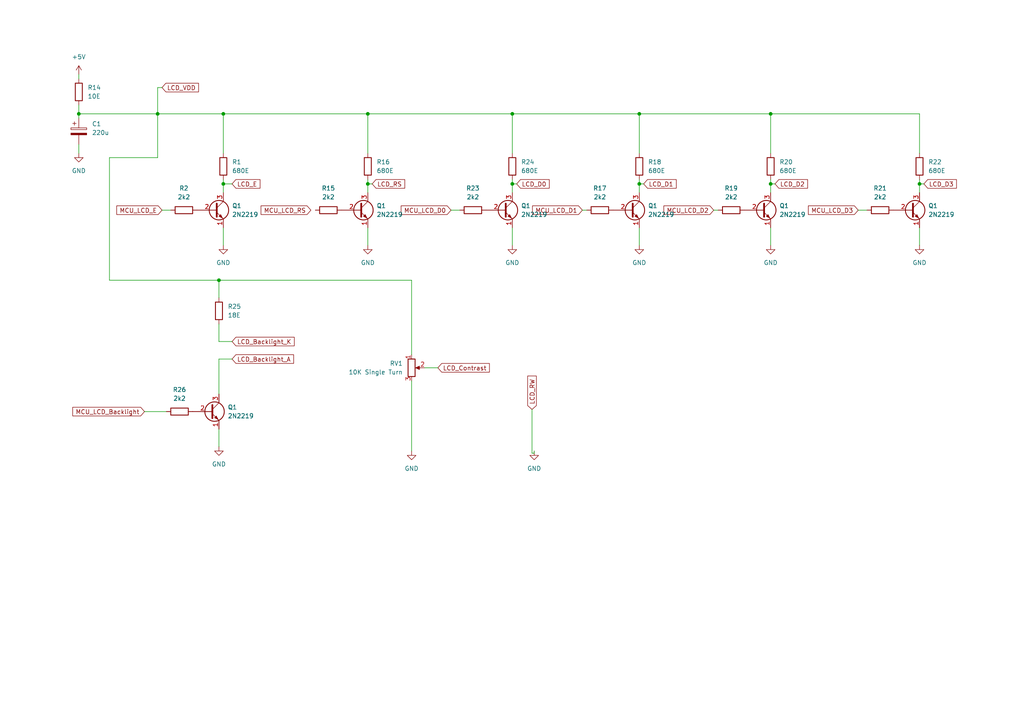
<source format=kicad_sch>
(kicad_sch (version 20230121) (generator eeschema)
  (paper "A4")
  (title_block (title "Dual Tesla Coil - Dual Tone Midi Controller") (rev "V2"))
  (lib_symbols
    (symbol "Device:C_Polarized" (pin_numbers hide) (pin_names (offset 0.254))
      (property "Reference" "C" (at 0.635 2.54 0))
      (property "Value" "C_Polarized" (at 0.635 -2.54 0))
      (symbol "C_Polarized_0_1"
        (rectangle (start -2.286 0.508) (end 2.286 1.016))
        (polyline (pts (xy -1.778 2.286) (xy -0.762 2.286)))
        (polyline (pts (xy -1.27 2.794) (xy -1.27 1.778)))
        (rectangle (start 2.286 -0.508) (end -2.286 -1.016) (fill (type outline)))
      )
      (symbol "C_Polarized_1_1"
        (pin passive line (at 0 3.81 270) (length 2.794) (name "~") (number "1"))
        (pin passive line (at 0 -3.81 90) (length 2.794) (name "~") (number "2"))
      )
    )
    (symbol "Device:R" (pin_numbers hide) (pin_names (offset 0))
      (property "Reference" "R" (at 2.032 0 90))
      (property "Value" "R" (at 0 0 90))
      (symbol "R_0_1"
        (rectangle (start -1.016 -2.54) (end 1.016 2.54) (stroke (width 0.254)))
      )
      (symbol "R_1_1"
        (pin passive line (at 0 3.81 270) (length 1.27) (name "~") (number "1"))
        (pin passive line (at 0 -3.81 90) (length 1.27) (name "~") (number "2"))
      )
    )
    (symbol "Device:R_Potentiometer" (pin_names (offset 1.016) hide)
      (property "Reference" "RV" (at -4.445 0 90))
      (property "Value" "R_Potentiometer" (at -2.54 0 90))
      (symbol "R_Potentiometer_0_1"
        (polyline (pts (xy 2.54 0) (xy 1.524 0)))
        (polyline (pts (xy 1.143 0) (xy 2.286 0.508) (xy 2.286 -0.508) (xy 1.143 0)) (fill (type outline)))
        (rectangle (start 1.016 2.54) (end -1.016 -2.54) (stroke (width 0.254)))
      )
      (symbol "R_Potentiometer_1_1"
        (pin passive line (at 0 3.81 270) (length 1.27) (name "1") (number "1"))
        (pin passive line (at 3.81 0 180) (length 1.27) (name "2") (number "2"))
        (pin passive line (at 0 -3.81 90) (length 1.27) (name "3") (number "3"))
      )
    )
    (symbol "Transistor_BJT:2N2219" (pin_names (offset 0) hide)
      (property "Reference" "Q" (at 5.08 1.905 0))
      (property "Value" "2N2219" (at 5.08 0 0))
      (symbol "2N2219_0_1"
        (polyline (pts (xy 0.635 0.635) (xy 2.54 2.54)))
        (polyline (pts (xy 0.635 -0.635) (xy 2.54 -2.54) (xy 2.54 -2.54)))
        (polyline (pts (xy 0.635 1.905) (xy 0.635 -1.905) (xy 0.635 -1.905)) (stroke (width 0.508)))
        (polyline (pts (xy 1.27 -1.778) (xy 1.778 -1.27) (xy 2.286 -2.286) (xy 1.27 -1.778) (xy 1.27 -1.778)) (fill (type outline)))
        (circle (center 1.27 0) (radius 2.8194) (stroke (width 0.254)))
      )
      (symbol "2N2219_1_1"
        (pin passive line (at 2.54 -5.08 90) (length 2.54) (name "E") (number "1"))
        (pin passive line (at -5.08 0 0) (length 5.715) (name "B") (number "2"))
        (pin passive line (at 2.54 5.08 270) (length 2.54) (name "C") (number "3"))
      )
    )
    (symbol "power:+5V" (power) (pin_names (offset 0))
      (property "Value" "+5V" (at 0 3.556 0))
      (symbol "+5V_0_1"
        (polyline (pts (xy -0.762 1.27) (xy 0 2.54)))
        (polyline (pts (xy 0 0) (xy 0 2.54)))
        (polyline (pts (xy 0 2.54) (xy 0.762 1.27)))
      )
      (symbol "+5V_1_1"
        (pin power_in line (at 0 0 90) (length 0) hide (name "+5V") (number "1"))
      )
    )
    (symbol "power:GND" (power) (pin_names (offset 0))
      (property "Value" "GND" (at 0 -3.81 0))
      (symbol "GND_0_1"
        (polyline (pts (xy 0 0) (xy 0 -1.27) (xy 1.27 -1.27) (xy 0 -2.54) (xy -1.27 -1.27) (xy 0 -1.27)))
      )
      (symbol "GND_1_1"
        (pin power_in line (at 0 0 270) (length 0) hide (name "GND") (number "1"))
      )
    )
  )
  (junction (at 45.72 33.02))
  (junction (at 223.52 53.34))
  (junction (at 106.68 33.02))
  (junction (at 148.59 53.34))
  (junction (at 64.77 33.02))
  (junction (at 22.86 33.02))
  (junction (at 148.59 33.02))
  (junction (at 185.42 33.02))
  (junction (at 64.77 53.34))
  (junction (at 266.7 53.34))
  (junction (at 223.52 33.02))
  (junction (at 106.68 53.34))
  (junction (at 185.42 53.34))
  (junction (at 63.5 81.28))
  (wire (pts (xy 154.94 131.445) (xy 154.305 131.445)))
  (wire (pts (xy 154.94 131.445) (xy 154.94 130.81)))
  (wire (pts (xy 63.5 93.98) (xy 63.5 99.06)))
  (wire (pts (xy 106.68 33.02) (xy 64.77 33.02)))
  (wire (pts (xy 148.59 33.02) (xy 106.68 33.02)))
  (wire (pts (xy 168.91 60.96) (xy 170.18 60.96)))
  (wire (pts (xy 22.86 33.02) (xy 22.86 34.29)))
  (wire (pts (xy 63.5 81.28) (xy 31.75 81.28)))
  (wire (pts (xy 223.52 53.34) (xy 223.52 55.88)))
  (wire (pts (xy 31.75 45.72) (xy 45.72 45.72)))
  (wire (pts (xy 148.59 33.02) (xy 148.59 44.45)))
  (wire (pts (xy 266.7 66.04) (xy 266.7 71.12)))
  (wire (pts (xy 67.31 99.06) (xy 63.5 99.06)))
  (wire (pts (xy 185.42 33.02) (xy 185.42 44.45)))
  (wire (pts (xy 119.38 81.28) (xy 119.38 102.87)))
  (wire (pts (xy 248.92 60.96) (xy 251.46 60.96)))
  (wire (pts (xy 266.7 53.34) (xy 266.7 55.88)))
  (wire (pts (xy 266.7 33.02) (xy 266.7 44.45)))
  (wire (pts (xy 223.52 66.04) (xy 223.52 71.12)))
  (wire (pts (xy 31.75 81.28) (xy 31.75 45.72)))
  (wire (pts (xy 22.86 33.02) (xy 45.72 33.02)))
  (wire (pts (xy 148.59 66.04) (xy 148.59 71.12)))
  (wire (pts (xy 64.77 53.34) (xy 67.31 53.34)))
  (wire (pts (xy 106.68 33.02) (xy 106.68 44.45)))
  (wire (pts (xy 49.53 60.96) (xy 46.99 60.96)))
  (wire (pts (xy 64.77 52.07) (xy 64.77 53.34)))
  (wire (pts (xy 45.72 33.02) (xy 64.77 33.02)))
  (wire (pts (xy 148.59 52.07) (xy 148.59 53.34)))
  (wire (pts (xy 63.5 124.46) (xy 63.5 129.54)))
  (wire (pts (xy 185.42 33.02) (xy 148.59 33.02)))
  (wire (pts (xy 266.7 53.34) (xy 267.97 53.34)))
  (wire (pts (xy 148.59 53.34) (xy 148.59 55.88)))
  (wire (pts (xy 185.42 52.07) (xy 185.42 53.34)))
  (wire (pts (xy 223.52 33.02) (xy 185.42 33.02)))
  (wire (pts (xy 119.38 110.49) (xy 119.38 130.81)))
  (wire (pts (xy 41.91 119.38) (xy 48.26 119.38)))
  (wire (pts (xy 45.72 45.72) (xy 45.72 33.02)))
  (wire (pts (xy 63.5 81.28) (xy 119.38 81.28)))
  (wire (pts (xy 223.52 33.02) (xy 266.7 33.02)))
  (wire (pts (xy 154.305 131.445) (xy 154.305 118.745)))
  (wire (pts (xy 185.42 53.34) (xy 186.69 53.34)))
  (wire (pts (xy 223.52 52.07) (xy 223.52 53.34)))
  (wire (pts (xy 22.86 30.48) (xy 22.86 33.02)))
  (wire (pts (xy 148.59 53.34) (xy 149.86 53.34)))
  (wire (pts (xy 223.52 53.34) (xy 224.79 53.34)))
  (wire (pts (xy 64.77 53.34) (xy 64.77 55.88)))
  (wire (pts (xy 46.99 25.4) (xy 45.72 25.4)))
  (wire (pts (xy 106.68 66.04) (xy 106.68 71.12)))
  (wire (pts (xy 63.5 114.3) (xy 63.5 104.14)))
  (wire (pts (xy 64.77 33.02) (xy 64.77 44.45)))
  (wire (pts (xy 22.86 41.91) (xy 22.86 44.45)))
  (wire (pts (xy 185.42 53.34) (xy 185.42 55.88)))
  (wire (pts (xy 22.86 21.59) (xy 22.86 22.86)))
  (wire (pts (xy 64.77 66.04) (xy 64.77 71.12)))
  (wire (pts (xy 106.68 53.34) (xy 106.68 55.88)))
  (wire (pts (xy 185.42 66.04) (xy 185.42 71.12)))
  (wire (pts (xy 223.52 33.02) (xy 223.52 44.45)))
  (wire (pts (xy 123.19 106.68) (xy 127 106.68)))
  (wire (pts (xy 207.01 60.96) (xy 208.28 60.96)))
  (wire (pts (xy 63.5 104.14) (xy 67.31 104.14)))
  (wire (pts (xy 106.68 53.34) (xy 107.95 53.34)))
  (wire (pts (xy 63.5 86.36) (xy 63.5 81.28)))
  (wire (pts (xy 130.81 60.96) (xy 133.35 60.96)))
  (wire (pts (xy 106.68 52.07) (xy 106.68 53.34)))
  (wire (pts (xy 266.7 52.07) (xy 266.7 53.34)))
  (wire (pts (xy 45.72 25.4) (xy 45.72 33.02)))
  (global_label "MCU_LCD_D1" (shape input) (at 168.91 60.96 180) (property "Intersheetrefs" "${INTERSHEET_REFS}" (effects hide)))
  (global_label "LCD_Backlight_A" (shape input) (at 67.31 104.14 0) (property "Intersheetrefs" "${INTERSHEET_REFS}" (effects hide)))
  (global_label "LCD_D1" (shape input) (at 186.69 53.34 0) (property "Intersheetrefs" "${INTERSHEET_REFS}" (effects hide)))
  (global_label "MCU_LCD_E" (shape input) (at 46.99 60.96 180) (property "Intersheetrefs" "${INTERSHEET_REFS}" (effects hide)))
  (global_label "MCU_LCD_D2" (shape input) (at 207.01 60.96 180) (property "Intersheetrefs" "${INTERSHEET_REFS}" (effects hide)))
  (global_label "MCU_LCD_RS" (shape input) (at 90.17 60.96 180) (property "Intersheetrefs" "${INTERSHEET_REFS}" (effects hide)))
  (global_label "LCD_RS" (shape input) (at 107.95 53.34 0) (property "Intersheetrefs" "${INTERSHEET_REFS}" (effects hide)))
  (global_label "LCD_Backlight_K" (shape input) (at 67.31 99.06 0) (property "Intersheetrefs" "${INTERSHEET_REFS}" (effects hide)))
  (global_label "MCU_LCD_D3" (shape input) (at 248.92 60.96 180) (property "Intersheetrefs" "${INTERSHEET_REFS}" (effects hide)))
  (global_label "LCD_E" (shape input) (at 67.31 53.34 0) (property "Intersheetrefs" "${INTERSHEET_REFS}" (effects hide)))
  (global_label "LCD_VDD" (shape input) (at 46.99 25.4 0) (property "Intersheetrefs" "${INTERSHEET_REFS}" (effects hide)))
  (global_label "MCU_LCD_D0" (shape input) (at 130.81 60.96 180) (property "Intersheetrefs" "${INTERSHEET_REFS}" (effects hide)))
  (global_label "LCD_D0" (shape input) (at 149.86 53.34 0) (property "Intersheetrefs" "${INTERSHEET_REFS}" (effects hide)))
  (global_label "LCD_Contrast" (shape input) (at 127 106.68 0) (property "Intersheetrefs" "${INTERSHEET_REFS}" (effects hide)))
  (global_label "LCD_RW" (shape input) (at 154.305 118.745 90) (property "Intersheetrefs" "${INTERSHEET_REFS}" (effects hide)))
  (global_label "LCD_D3" (shape input) (at 267.97 53.34 0) (property "Intersheetrefs" "${INTERSHEET_REFS}" (effects hide)))
  (global_label "LCD_D2" (shape input) (at 224.79 53.34 0) (property "Intersheetrefs" "${INTERSHEET_REFS}" (effects hide)))
  (global_label "MCU_LCD_Backlight" (shape input) (at 41.91 119.38 180) (property "Intersheetrefs" "${INTERSHEET_REFS}" (effects hide)))
  (symbol (lib_id "power:GND") (at 185.42 71.12 0) (unit 1)
    (property "Reference" "#PWR013" (effects hide))
    (property "Value" "GND" (at 185.42 76.2 0))
    (instances (project "Interupter" (path "" (reference "#PWR013") (unit 1)) (path "" (reference "#PWR026") (unit 1))))
  )
  (symbol (lib_id "Device:R") (at 53.34 60.96 90) (unit 1)
    (property "Reference" "R2" (at 53.34 54.61 90))
    (property "Value" "2k2" (at 53.34 57.15 90))
    (instances (project "Interupter" (path "" (reference "R2") (unit 1)) (path "" (reference "R29") (unit 1))))
  )
  (symbol (lib_id "Device:R") (at 255.27 60.96 90) (unit 1)
    (property "Reference" "R21" (at 255.27 54.61 90))
    (property "Value" "2k2" (at 255.27 57.15 90))
    (instances (project "Interupter" (path "" (reference "R21") (unit 1)) (path "" (reference "R40") (unit 1))))
  )
  (symbol (lib_id "Transistor_BJT:2N2219") (at 104.14 60.96 0) (unit 1)
    (property "Reference" "Q1" (at 109.22 59.69 0) (effects (justify left)))
    (property "Value" "2N2219" (at 109.22 62.23 0) (effects (justify left)))
    (property "Footprint" "Package_TO_SOT_THT:TO-39-3" (effects hide))
    (property "Datasheet" "http://www.onsemi.com/pub_link/Collateral/2N2219-D.PDF" (effects hide))
    (instances (project "Interupter" (path "" (reference "Q1") (unit 1)) (path "" (reference "Q3") (unit 1)) (path "" (reference "Q15") (unit 1))))
  )
  (symbol (lib_id "Transistor_BJT:2N2219") (at 264.16 60.96 0) (unit 1)
    (property "Reference" "Q1" (at 269.24 59.69 0) (effects (justify left)))
    (property "Value" "2N2219" (at 269.24 62.23 0) (effects (justify left)))
    (property "Footprint" "Package_TO_SOT_THT:TO-39-3" (effects hide))
    (property "Datasheet" "http://www.onsemi.com/pub_link/Collateral/2N2219-D.PDF" (effects hide))
    (instances (project "Interupter" (path "" (reference "Q1") (unit 1)) (path "" (reference "Q6") (unit 1)) (path "" (reference "Q19") (unit 1))))
  )
  (symbol (lib_id "Device:R") (at 64.77 48.26 0) (unit 1)
    (property "Reference" "R1" (at 67.31 46.99 0) (effects (justify left)))
    (property "Value" "680E" (at 67.31 49.53 0) (effects (justify left)))
    (instances (project "Interupter" (path "" (reference "R1") (unit 1)) (path "" (reference "R31") (unit 1))))
  )
  (symbol (lib_id "Device:R") (at 173.99 60.96 90) (unit 1)
    (property "Reference" "R17" (at 173.99 54.61 90))
    (property "Value" "2k2" (at 173.99 57.15 90))
    (instances (project "Interupter" (path "" (reference "R17") (unit 1)) (path "" (reference "R36") (unit 1))))
  )
  (symbol (lib_id "power:GND") (at 64.77 71.12 0) (unit 1)
    (property "Reference" "#PWR02" (effects hide))
    (property "Value" "GND" (at 64.77 76.2 0))
    (instances (project "Interupter" (path "" (reference "#PWR02") (unit 1)) (path "" (reference "#PWR022") (unit 1))))
  )
  (symbol (lib_id "power:GND") (at 106.68 71.12 0) (unit 1)
    (property "Reference" "#PWR012" (effects hide))
    (property "Value" "GND" (at 106.68 76.2 0))
    (instances (project "Interupter" (path "" (reference "#PWR012") (unit 1)) (path "" (reference "#PWR023") (unit 1))))
  )
  (symbol (lib_id "Device:R") (at 223.52 48.26 0) (unit 1)
    (property "Reference" "R20" (at 226.06 46.99 0) (effects (justify left)))
    (property "Value" "680E" (at 226.06 49.53 0) (effects (justify left)))
    (instances (project "Interupter" (path "" (reference "R20") (unit 1)) (path "" (reference "R39") (unit 1))))
  )
  (symbol (lib_id "Device:R") (at 266.7 48.26 0) (unit 1)
    (property "Reference" "R22" (at 269.24 46.99 0) (effects (justify left)))
    (property "Value" "680E" (at 269.24 49.53 0) (effects (justify left)))
    (instances (project "Interupter" (path "" (reference "R22") (unit 1)) (path "" (reference "R41") (unit 1))))
  )
  (symbol (lib_id "power:GND") (at 266.7 71.12 0) (unit 1)
    (property "Reference" "#PWR015" (effects hide))
    (property "Value" "GND" (at 266.7 76.2 0))
    (instances (project "Interupter" (path "" (reference "#PWR015") (unit 1)) (path "" (reference "#PWR028") (unit 1))))
  )
  (symbol (lib_id "power:GND") (at 223.52 71.12 0) (unit 1)
    (property "Reference" "#PWR014" (effects hide))
    (property "Value" "GND" (at 223.52 76.2 0))
    (instances (project "Interupter" (path "" (reference "#PWR014") (unit 1)) (path "" (reference "#PWR027") (unit 1))))
  )
  (symbol (lib_id "power:GND") (at 63.5 129.54 0) (unit 1)
    (property "Reference" "#PWR017" (effects hide))
    (property "Value" "GND" (at 63.5 134.62 0))
    (instances (project "Interupter" (path "" (reference "#PWR017") (unit 1)) (path "" (reference "#PWR021") (unit 1))))
  )
  (symbol (lib_id "Device:R") (at 185.42 48.26 0) (unit 1)
    (property "Reference" "R18" (at 187.96 46.99 0) (effects (justify left)))
    (property "Value" "680E" (at 187.96 49.53 0) (effects (justify left)))
    (instances (project "Interupter" (path "" (reference "R18") (unit 1)) (path "" (reference "R37") (unit 1))))
  )
  (symbol (lib_id "Device:R_Potentiometer") (at 119.38 106.68 0) (unit 1)
    (property "Reference" "RV1" (at 116.84 105.41 0) (effects (justify right)))
    (property "Value" "10K Single Turn" (at 116.84 107.95 0) (effects (justify right)))
    (instances (project "Interupter" (path "" (reference "RV1") (unit 1)) (path "" (reference "RV2") (unit 1))))
  )
  (symbol (lib_id "power:GND") (at 119.38 130.81 0) (unit 1)
    (property "Reference" "#PWR018" (effects hide))
    (property "Value" "GND" (at 119.38 135.89 0))
    (instances (project "Interupter" (path "" (reference "#PWR018") (unit 1)) (path "" (reference "#PWR024") (unit 1))))
  )
  (symbol (lib_id "Device:R") (at 22.86 26.67 0) (unit 1)
    (property "Reference" "R14" (at 25.4 25.4 0) (effects (justify left)))
    (property "Value" "10E" (at 25.4 27.94 0) (effects (justify left)))
    (instances (project "Interupter" (path "" (reference "R14") (unit 1)) (path "" (reference "R27") (unit 1))))
  )
  (symbol (lib_id "power:GND") (at 154.94 130.81 0) (unit 1)
    (property "Reference" "#PWR020" (effects hide))
    (property "Value" "GND" (at 154.94 135.89 0))
    (instances (project "Interupter" (path "" (reference "#PWR020") (unit 1)) (path "" (reference "#PWR024") (unit 1))))
  )
  (symbol (lib_id "Device:R") (at 52.07 119.38 90) (unit 1)
    (property "Reference" "R26" (at 52.07 113.03 90))
    (property "Value" "2k2" (at 52.07 115.57 90))
    (instances (project "Interupter" (path "" (reference "R26") (unit 1)) (path "" (reference "R28") (unit 1))))
  )
  (symbol (lib_id "Transistor_BJT:2N2219") (at 60.96 119.38 0) (unit 1)
    (property "Reference" "Q1" (at 66.04 118.11 0) (effects (justify left)))
    (property "Value" "2N2219" (at 66.04 120.65 0) (effects (justify left)))
    (property "Footprint" "Package_TO_SOT_THT:TO-39-3" (effects hide))
    (property "Datasheet" "http://www.onsemi.com/pub_link/Collateral/2N2219-D.PDF" (effects hide))
    (instances (project "Interupter" (path "" (reference "Q1") (unit 1)) (path "" (reference "Q12") (unit 1)) (path "" (reference "Q13") (unit 1))))
  )
  (symbol (lib_id "Transistor_BJT:2N2219") (at 220.98 60.96 0) (unit 1)
    (property "Reference" "Q1" (at 226.06 59.69 0) (effects (justify left)))
    (property "Value" "2N2219" (at 226.06 62.23 0) (effects (justify left)))
    (property "Footprint" "Package_TO_SOT_THT:TO-39-3" (effects hide))
    (property "Datasheet" "http://www.onsemi.com/pub_link/Collateral/2N2219-D.PDF" (effects hide))
    (instances (project "Interupter" (path "" (reference "Q1") (unit 1)) (path "" (reference "Q5") (unit 1)) (path "" (reference "Q18") (unit 1))))
  )
  (symbol (lib_id "power:GND") (at 22.86 44.45 0) (unit 1)
    (property "Reference" "#PWR011" (effects hide))
    (property "Value" "GND" (at 22.86 49.53 0))
    (instances (project "Interupter" (path "" (reference "#PWR011") (unit 1)) (path "" (reference "#PWR020") (unit 1))))
  )
  (symbol (lib_id "Device:C_Polarized") (at 22.86 38.1 0) (unit 1)
    (property "Reference" "C1" (at 26.67 35.941 0) (effects (justify left)))
    (property "Value" "220u" (at 26.67 38.481 0) (effects (justify left)))
    (instances (project "Interupter" (path "" (reference "C1") (unit 1)) (path "" (reference "C2") (unit 1)) (path "" (reference "C3") (unit 1))))
  )
  (symbol (lib_id "Transistor_BJT:2N2219") (at 182.88 60.96 0) (unit 1)
    (property "Reference" "Q1" (at 187.96 59.69 0) (effects (justify left)))
    (property "Value" "2N2219" (at 187.96 62.23 0) (effects (justify left)))
    (property "Footprint" "Package_TO_SOT_THT:TO-39-3" (effects hide))
    (property "Datasheet" "http://www.onsemi.com/pub_link/Collateral/2N2219-D.PDF" (effects hide))
    (instances (project "Interupter" (path "" (reference "Q1") (unit 1)) (path "" (reference "Q4") (unit 1)) (path "" (reference "Q17") (unit 1))))
  )
  (symbol (lib_id "Device:R") (at 106.68 48.26 0) (unit 1)
    (property "Reference" "R16" (at 109.22 46.99 0) (effects (justify left)))
    (property "Value" "680E" (at 109.22 49.53 0) (effects (justify left)))
    (instances (project "Interupter" (path "" (reference "R16") (unit 1)) (path "" (reference "R33") (unit 1))))
  )
  (symbol (lib_id "power:+5V") (at 22.86 21.59 0) (unit 1)
    (property "Reference" "#PWR01" (effects hide))
    (property "Value" "+5V" (at 22.86 16.51 0))
    (instances (project "Interupter" (path "" (reference "#PWR01") (unit 1)) (path "" (reference "#PWR019") (unit 1))))
  )
  (symbol (lib_id "Transistor_BJT:2N2219") (at 62.23 60.96 0) (unit 1)
    (property "Reference" "Q1" (at 67.31 59.69 0) (effects (justify left)))
    (property "Value" "2N2219" (at 67.31 62.23 0) (effects (justify left)))
    (property "Footprint" "Package_TO_SOT_THT:TO-39-3" (effects hide))
    (property "Datasheet" "http://www.onsemi.com/pub_link/Collateral/2N2219-D.PDF" (effects hide))
    (instances (project "Interupter" (path "" (reference "Q1") (unit 1)) (path "" (reference "Q2") (unit 1)) (path "" (reference "Q14") (unit 1))))
  )
  (symbol (lib_id "Device:R") (at 95.25 60.96 90) (unit 1)
    (property "Reference" "R15" (at 95.25 54.61 90))
    (property "Value" "2k2" (at 95.25 57.15 90))
    (instances (project "Interupter" (path "" (reference "R15") (unit 1)) (path "" (reference "R32") (unit 1))))
  )
  (symbol (lib_id "Device:R") (at 212.09 60.96 90) (unit 1)
    (property "Reference" "R19" (at 212.09 54.61 90))
    (property "Value" "2k2" (at 212.09 57.15 90))
    (instances (project "Interupter" (path "" (reference "R19") (unit 1)) (path "" (reference "R38") (unit 1))))
  )
  (symbol (lib_id "Transistor_BJT:2N2219") (at 146.05 60.96 0) (unit 1)
    (property "Reference" "Q1" (at 151.13 59.69 0) (effects (justify left)))
    (property "Value" "2N2219" (at 151.13 62.23 0) (effects (justify left)))
    (property "Footprint" "Package_TO_SOT_THT:TO-39-3" (effects hide))
    (property "Datasheet" "http://www.onsemi.com/pub_link/Collateral/2N2219-D.PDF" (effects hide))
    (instances (project "Interupter" (path "" (reference "Q1") (unit 1)) (path "" (reference "Q7") (unit 1)) (path "" (reference "Q16") (unit 1))))
  )
  (symbol (lib_id "Device:R") (at 137.16 60.96 90) (unit 1)
    (property "Reference" "R23" (at 137.16 54.61 90))
    (property "Value" "2k2" (at 137.16 57.15 90))
    (instances (project "Interupter" (path "" (reference "R23") (unit 1)) (path "" (reference "R34") (unit 1))))
  )
  (symbol (lib_id "Device:R") (at 63.5 90.17 0) (unit 1)
    (property "Reference" "R25" (at 66.04 88.9 0) (effects (justify left)))
    (property "Value" "18E" (at 66.04 91.44 0) (effects (justify left)))
    (instances (project "Interupter" (path "" (reference "R25") (unit 1)) (path "" (reference "R30") (unit 1))))
  )
  (symbol (lib_id "power:GND") (at 148.59 71.12 0) (unit 1)
    (property "Reference" "#PWR016" (effects hide))
    (property "Value" "GND" (at 148.59 76.2 0))
    (instances (project "Interupter" (path "" (reference "#PWR016") (unit 1)) (path "" (reference "#PWR025") (unit 1))))
  )
  (symbol (lib_id "Device:R") (at 148.59 48.26 0) (unit 1)
    (property "Reference" "R24" (at 151.13 46.99 0) (effects (justify left)))
    (property "Value" "680E" (at 151.13 49.53 0) (effects (justify left)))
    (instances (project "Interupter" (path "" (reference "R24") (unit 1)) (path "" (reference "R35") (unit 1))))
  )
)
</source>
